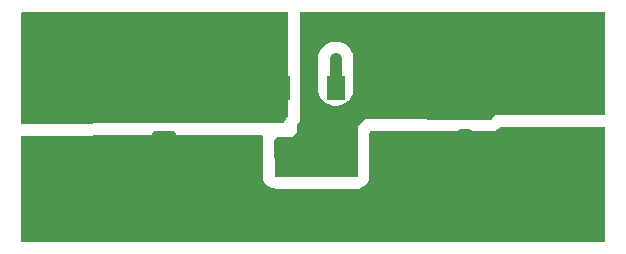
<source format=gbr>
%TF.GenerationSoftware,KiCad,Pcbnew,7.0.9*%
%TF.CreationDate,2024-09-22T22:34:36+04:00*%
%TF.ProjectId,LDO_Module,4c444f5f-4d6f-4647-956c-652e6b696361,1*%
%TF.SameCoordinates,Original*%
%TF.FileFunction,Copper,L1,Top*%
%TF.FilePolarity,Positive*%
%FSLAX46Y46*%
G04 Gerber Fmt 4.6, Leading zero omitted, Abs format (unit mm)*
G04 Created by KiCad (PCBNEW 7.0.9) date 2024-09-22 22:34:36*
%MOMM*%
%LPD*%
G01*
G04 APERTURE LIST*
G04 Aperture macros list*
%AMRoundRect*
0 Rectangle with rounded corners*
0 $1 Rounding radius*
0 $2 $3 $4 $5 $6 $7 $8 $9 X,Y pos of 4 corners*
0 Add a 4 corners polygon primitive as box body*
4,1,4,$2,$3,$4,$5,$6,$7,$8,$9,$2,$3,0*
0 Add four circle primitives for the rounded corners*
1,1,$1+$1,$2,$3*
1,1,$1+$1,$4,$5*
1,1,$1+$1,$6,$7*
1,1,$1+$1,$8,$9*
0 Add four rect primitives between the rounded corners*
20,1,$1+$1,$2,$3,$4,$5,0*
20,1,$1+$1,$4,$5,$6,$7,0*
20,1,$1+$1,$6,$7,$8,$9,0*
20,1,$1+$1,$8,$9,$2,$3,0*%
G04 Aperture macros list end*
%TA.AperFunction,SMDPad,CuDef*%
%ADD10RoundRect,0.249999X-1.450001X0.450001X-1.450001X-0.450001X1.450001X-0.450001X1.450001X0.450001X0*%
%TD*%
%TA.AperFunction,SMDPad,CuDef*%
%ADD11R,1.500000X2.000000*%
%TD*%
%TA.AperFunction,SMDPad,CuDef*%
%ADD12R,3.800000X2.000000*%
%TD*%
%TA.AperFunction,ComponentPad*%
%ADD13RoundRect,0.250000X-0.750000X0.600000X-0.750000X-0.600000X0.750000X-0.600000X0.750000X0.600000X0*%
%TD*%
%TA.AperFunction,ComponentPad*%
%ADD14O,2.000000X1.700000*%
%TD*%
%TA.AperFunction,ComponentPad*%
%ADD15RoundRect,0.250000X0.750000X-0.600000X0.750000X0.600000X-0.750000X0.600000X-0.750000X-0.600000X0*%
%TD*%
%TA.AperFunction,ViaPad*%
%ADD16C,0.800000*%
%TD*%
%TA.AperFunction,Conductor*%
%ADD17C,0.250000*%
%TD*%
%TA.AperFunction,Conductor*%
%ADD18C,1.000000*%
%TD*%
G04 APERTURE END LIST*
D10*
%TO.P,C2,1*%
%TO.N,/VOUT*%
X134570000Y-76170000D03*
%TO.P,C2,2*%
%TO.N,GND*%
X134570000Y-80270000D03*
%TD*%
%TO.P,C1,1*%
%TO.N,/VIN*%
X119740000Y-76310000D03*
%TO.P,C1,2*%
%TO.N,GND*%
X119740000Y-80410000D03*
%TD*%
D11*
%TO.P,U2,1,GND*%
%TO.N,GND*%
X129410000Y-75070000D03*
D12*
%TO.P,U2,2,VO*%
%TO.N,/VOUT*%
X127110000Y-81370000D03*
D11*
X127110000Y-75070000D03*
%TO.P,U2,3,VI*%
%TO.N,/VIN*%
X124810000Y-75070000D03*
%TD*%
D13*
%TO.P,J2,1,Pin_1*%
%TO.N,/VOUT*%
X140330000Y-76870000D03*
D14*
%TO.P,J2,2,Pin_2*%
%TO.N,GND*%
X140330000Y-79370000D03*
%TD*%
D15*
%TO.P,J1,1,Pin_1*%
%TO.N,GND*%
X114862500Y-79540000D03*
D14*
%TO.P,J1,2,Pin_2*%
%TO.N,/VIN*%
X114862500Y-77040000D03*
%TD*%
D16*
%TO.N,GND*%
X105690000Y-82290000D03*
X130030000Y-86010000D03*
X124480000Y-86800000D03*
X116060000Y-86010000D03*
X110940000Y-84730000D03*
X106790000Y-85460000D03*
X120880000Y-84180000D03*
X140280000Y-84420000D03*
X145890000Y-84970000D03*
X150100000Y-81500000D03*
X129420000Y-72610000D03*
%TD*%
D17*
%TO.N,GND*%
X129410000Y-72620000D02*
X129420000Y-72610000D01*
D18*
X129410000Y-75070000D02*
X129410000Y-72620000D01*
%TD*%
%TA.AperFunction,Conductor*%
%TO.N,/VIN*%
G36*
X125334526Y-68624185D02*
G01*
X125380281Y-68676989D01*
X125391487Y-68728702D01*
X125384505Y-73016033D01*
X125371513Y-75090477D01*
X125371292Y-75125768D01*
X125357094Y-77392573D01*
X125338850Y-77456543D01*
X125036277Y-77950747D01*
X124984484Y-77997643D01*
X124930523Y-78010000D01*
X124010000Y-78010000D01*
X114810000Y-78020000D01*
X102869179Y-78085338D01*
X102802032Y-78066021D01*
X102755989Y-78013468D01*
X102744500Y-77961340D01*
X102744500Y-68728500D01*
X102764185Y-68661461D01*
X102816989Y-68615706D01*
X102868500Y-68604500D01*
X125267487Y-68604500D01*
X125334526Y-68624185D01*
G37*
%TD.AperFunction*%
%TD*%
%TA.AperFunction,Conductor*%
%TO.N,/VOUT*%
G36*
X152178539Y-68624185D02*
G01*
X152224294Y-68676989D01*
X152235500Y-68728500D01*
X152235500Y-77228620D01*
X152215815Y-77295659D01*
X152163011Y-77341414D01*
X152111599Y-77352620D01*
X142910000Y-77360000D01*
X142596785Y-77691112D01*
X142536415Y-77726287D01*
X142506471Y-77729899D01*
X131880000Y-77710000D01*
X131879999Y-77710000D01*
X131250000Y-78250000D01*
X131250000Y-82485113D01*
X131230315Y-82552152D01*
X131177511Y-82597907D01*
X131125117Y-82609110D01*
X124352726Y-82560874D01*
X124285828Y-82540712D01*
X124240451Y-82487584D01*
X124229610Y-82437271D01*
X124220163Y-79461590D01*
X124239634Y-79394491D01*
X124256472Y-79373527D01*
X124413683Y-79216316D01*
X124475004Y-79182834D01*
X124501362Y-79180000D01*
X125750000Y-79180000D01*
X126110000Y-78820000D01*
X126110000Y-78208833D01*
X126129685Y-78141794D01*
X126132150Y-78138104D01*
X126359999Y-77810001D01*
X126359998Y-77810001D01*
X126360000Y-77810000D01*
X126376772Y-75132065D01*
X127909500Y-75132065D01*
X127924890Y-75317813D01*
X127924892Y-75317824D01*
X127985936Y-75558881D01*
X128085826Y-75786606D01*
X128221833Y-75994782D01*
X128221836Y-75994785D01*
X128390256Y-76177738D01*
X128586491Y-76330474D01*
X128805190Y-76448828D01*
X129040386Y-76529571D01*
X129285665Y-76570500D01*
X129534335Y-76570500D01*
X129779614Y-76529571D01*
X130014810Y-76448828D01*
X130233509Y-76330474D01*
X130429744Y-76177738D01*
X130598164Y-75994785D01*
X130734173Y-75786607D01*
X130834063Y-75558881D01*
X130895108Y-75317821D01*
X130910500Y-75132067D01*
X130910500Y-72557933D01*
X130895108Y-72372179D01*
X130834063Y-72131119D01*
X130734173Y-71903393D01*
X130598166Y-71695217D01*
X130576557Y-71671744D01*
X130429744Y-71512262D01*
X130233509Y-71359526D01*
X130233507Y-71359525D01*
X130233506Y-71359524D01*
X130014811Y-71241172D01*
X130014802Y-71241169D01*
X129779616Y-71160429D01*
X129534335Y-71119500D01*
X129285665Y-71119500D01*
X129040383Y-71160429D01*
X128805197Y-71241169D01*
X128805188Y-71241172D01*
X128586493Y-71359524D01*
X128390257Y-71512261D01*
X128221833Y-71695217D01*
X128085826Y-71903393D01*
X127985936Y-72131118D01*
X127924892Y-72372175D01*
X127924890Y-72372186D01*
X127909500Y-72557935D01*
X127909500Y-75132065D01*
X126376772Y-75132065D01*
X126390000Y-73020000D01*
X126396989Y-68728295D01*
X126416783Y-68661291D01*
X126469661Y-68615622D01*
X126520989Y-68604500D01*
X152111500Y-68604500D01*
X152178539Y-68624185D01*
G37*
%TD.AperFunction*%
%TD*%
%TA.AperFunction,Conductor*%
%TO.N,GND*%
G36*
X152178456Y-78377752D02*
G01*
X152224253Y-78430519D01*
X152235500Y-78482121D01*
X152235500Y-87971500D01*
X152215815Y-88038539D01*
X152163011Y-88084294D01*
X152111500Y-88095500D01*
X102868500Y-88095500D01*
X102801461Y-88075815D01*
X102755706Y-88023011D01*
X102744500Y-87971500D01*
X102744500Y-79214669D01*
X102764185Y-79147630D01*
X102816989Y-79101875D01*
X102871541Y-79091299D01*
X102871539Y-79090840D01*
X102873979Y-79090826D01*
X102874132Y-79090797D01*
X102874648Y-79090819D01*
X102874681Y-79090823D01*
X114813297Y-79025497D01*
X123137125Y-79016448D01*
X123204184Y-79036060D01*
X123249996Y-79088814D01*
X123260015Y-79157962D01*
X123256348Y-79174996D01*
X123254500Y-79181366D01*
X123234608Y-79262308D01*
X123234607Y-79262316D01*
X123214667Y-79464781D01*
X123224115Y-82440463D01*
X123224155Y-82446850D01*
X123224157Y-82446882D01*
X123246667Y-82649057D01*
X123246668Y-82649062D01*
X123257510Y-82699379D01*
X123280310Y-82786182D01*
X123360065Y-82973333D01*
X123360068Y-82973338D01*
X123475875Y-83140620D01*
X123521247Y-83193741D01*
X123521250Y-83193744D01*
X123639535Y-83310995D01*
X123807821Y-83425325D01*
X123995677Y-83503439D01*
X124062575Y-83523601D01*
X124143311Y-83544325D01*
X124345565Y-83566348D01*
X131117956Y-83614584D01*
X131117957Y-83614583D01*
X131117958Y-83614584D01*
X131120714Y-83614582D01*
X131133127Y-83614578D01*
X131335363Y-83592384D01*
X131387757Y-83581181D01*
X131387761Y-83581179D01*
X131387770Y-83581178D01*
X131447775Y-83565237D01*
X131482938Y-83555897D01*
X131669527Y-83474805D01*
X131835974Y-83357813D01*
X131888778Y-83312058D01*
X132005179Y-83192945D01*
X132118308Y-83023849D01*
X132195083Y-82835442D01*
X132198211Y-82824788D01*
X132214768Y-82768404D01*
X132218797Y-82752226D01*
X132234917Y-82687519D01*
X132255500Y-82485113D01*
X132255500Y-78840436D01*
X132275185Y-78773397D01*
X132327989Y-78727642D01*
X132379729Y-78716436D01*
X142535245Y-78735455D01*
X142535245Y-78735454D01*
X142535247Y-78735455D01*
X142596451Y-78731834D01*
X142656828Y-78724552D01*
X142658070Y-78724400D01*
X142658984Y-78724289D01*
X142857372Y-78679186D01*
X142857375Y-78679184D01*
X142857377Y-78679184D01*
X143042615Y-78595074D01*
X143042616Y-78595073D01*
X143042619Y-78595072D01*
X143102989Y-78559897D01*
X143173202Y-78514989D01*
X143312027Y-78395223D01*
X143375646Y-78366337D01*
X143392924Y-78365113D01*
X147529090Y-78361795D01*
X152111401Y-78358121D01*
X152178456Y-78377752D01*
G37*
%TD.AperFunction*%
%TA.AperFunction,Conductor*%
G36*
X129461153Y-72126691D02*
G01*
X129478606Y-72129603D01*
X129521802Y-72136810D01*
X129541642Y-72141834D01*
X129599799Y-72161799D01*
X129618546Y-72170023D01*
X129627925Y-72175098D01*
X129672638Y-72199295D01*
X129689778Y-72210494D01*
X129738296Y-72248257D01*
X129753353Y-72262117D01*
X129795010Y-72307369D01*
X129807582Y-72323522D01*
X129841210Y-72374994D01*
X129850958Y-72393006D01*
X129875657Y-72449316D01*
X129882305Y-72468683D01*
X129897399Y-72528285D01*
X129900770Y-72548485D01*
X129904788Y-72596960D01*
X129905000Y-72602083D01*
X129905000Y-75087915D01*
X129904788Y-75093038D01*
X129900770Y-75141513D01*
X129897399Y-75161713D01*
X129882305Y-75221315D01*
X129875656Y-75240682D01*
X129850959Y-75296987D01*
X129841212Y-75314999D01*
X129807578Y-75366480D01*
X129794999Y-75382642D01*
X129753362Y-75427872D01*
X129738295Y-75441742D01*
X129689780Y-75479503D01*
X129672634Y-75490705D01*
X129618551Y-75519973D01*
X129599797Y-75528199D01*
X129541656Y-75548159D01*
X129521804Y-75553187D01*
X129469007Y-75561997D01*
X129461149Y-75563309D01*
X129440740Y-75565000D01*
X129379259Y-75565000D01*
X129358850Y-75563309D01*
X129336467Y-75559574D01*
X129298194Y-75553187D01*
X129278342Y-75548159D01*
X129220201Y-75528199D01*
X129201447Y-75519973D01*
X129147364Y-75490705D01*
X129130218Y-75479503D01*
X129081703Y-75441742D01*
X129066641Y-75427876D01*
X129024988Y-75382630D01*
X129012416Y-75366477D01*
X128978784Y-75314998D01*
X128969040Y-75296992D01*
X128944341Y-75240684D01*
X128937693Y-75221320D01*
X128922597Y-75161710D01*
X128919228Y-75141515D01*
X128915212Y-75093027D01*
X128915000Y-75087906D01*
X128915000Y-72602081D01*
X128915212Y-72596961D01*
X128917321Y-72571489D01*
X128919227Y-72548487D01*
X128922595Y-72528297D01*
X128937694Y-72468673D01*
X128944342Y-72449310D01*
X128969043Y-72392997D01*
X128978777Y-72375008D01*
X129012424Y-72323508D01*
X129024981Y-72307375D01*
X129066643Y-72262119D01*
X129081701Y-72248259D01*
X129130224Y-72210492D01*
X129147359Y-72199295D01*
X129201451Y-72170022D01*
X129220190Y-72161802D01*
X129278352Y-72141835D01*
X129298197Y-72136810D01*
X129347424Y-72128596D01*
X129358846Y-72126691D01*
X129379253Y-72125000D01*
X129440746Y-72125000D01*
X129461153Y-72126691D01*
G37*
%TD.AperFunction*%
%TD*%
M02*

</source>
